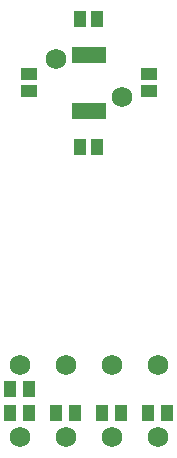
<source format=gts>
G04*
G04 #@! TF.GenerationSoftware,Altium Limited,Altium Designer,20.1.14 (287)*
G04*
G04 Layer_Color=8388736*
%FSLAX24Y24*%
%MOIN*%
G70*
G04*
G04 #@! TF.SameCoordinates,B6722B68-9EB0-4988-A5EE-1314B268560D*
G04*
G04*
G04 #@! TF.FilePolarity,Negative*
G04*
G01*
G75*
%ADD14R,0.0534X0.0415*%
%ADD15R,0.0415X0.0534*%
%ADD17R,0.0395X0.0572*%
%ADD18R,0.1143X0.0572*%
%ADD19C,0.0680*%
D14*
X-2000Y286D02*
D03*
Y-286D02*
D03*
X2000Y286D02*
D03*
Y-286D02*
D03*
D15*
X286Y-2130D02*
D03*
X-286D02*
D03*
X286Y2130D02*
D03*
X-286D02*
D03*
D17*
X-1985Y-11000D02*
D03*
X-2615D02*
D03*
Y-10200D02*
D03*
X-1985D02*
D03*
X2615Y-11000D02*
D03*
X1985D02*
D03*
X-452D02*
D03*
X-1082D02*
D03*
X1082D02*
D03*
X452D02*
D03*
D18*
X0Y-925D02*
D03*
Y925D02*
D03*
D19*
X-2300Y-11800D02*
D03*
X1116Y-480D02*
D03*
X-1100Y800D02*
D03*
X-2300Y-9400D02*
D03*
X2300Y-11800D02*
D03*
X767D02*
D03*
X-767D02*
D03*
X2300Y-9400D02*
D03*
X767D02*
D03*
X-767D02*
D03*
M02*

</source>
